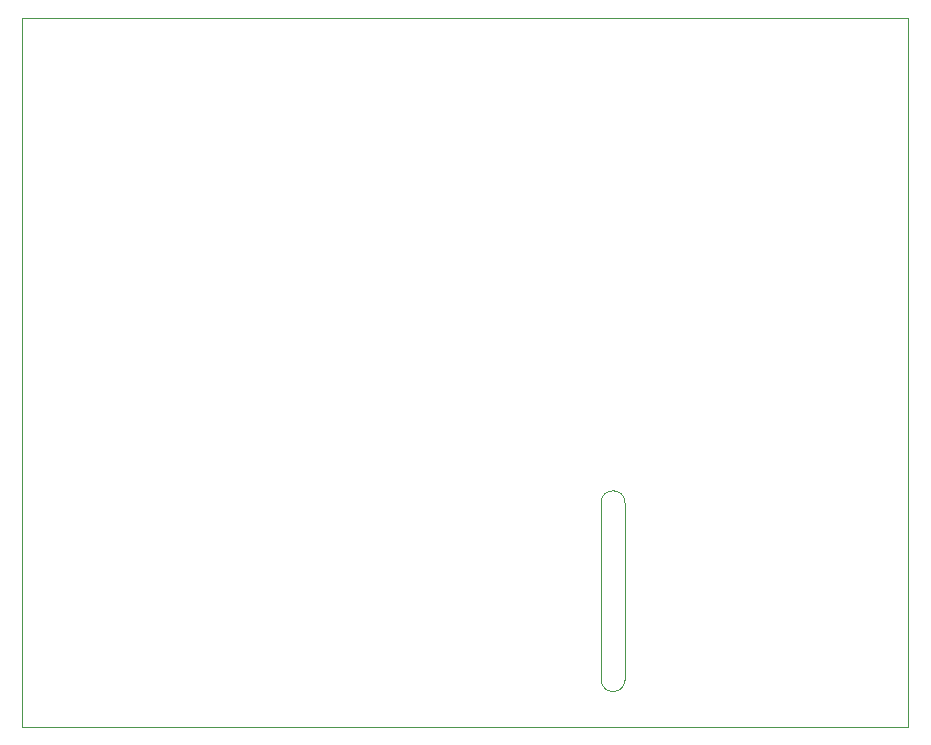
<source format=gm1>
G04 #@! TF.GenerationSoftware,KiCad,Pcbnew,7.0.7-7.0.7~ubuntu23.04.1*
G04 #@! TF.CreationDate,2023-08-30T06:09:28+00:00*
G04 #@! TF.ProjectId,baggerdails,62616767-6572-4646-9169-6c732e6b6963,rev?*
G04 #@! TF.SameCoordinates,Original*
G04 #@! TF.FileFunction,Profile,NP*
%FSLAX46Y46*%
G04 Gerber Fmt 4.6, Leading zero omitted, Abs format (unit mm)*
G04 Created by KiCad (PCBNEW 7.0.7-7.0.7~ubuntu23.04.1) date 2023-08-30 06:09:28*
%MOMM*%
%LPD*%
G01*
G04 APERTURE LIST*
G04 #@! TA.AperFunction,Profile*
%ADD10C,0.050000*%
G04 #@! TD*
G04 #@! TA.AperFunction,Profile*
%ADD11C,0.100000*%
G04 #@! TD*
G04 APERTURE END LIST*
D10*
X95000000Y-40000000D02*
X170000000Y-40000000D01*
D11*
X146000000Y-81000000D02*
X146000000Y-96000000D01*
X144000000Y-96000000D02*
X144000000Y-81000000D01*
D10*
X95000000Y-100000000D02*
X95000000Y-40000000D01*
D11*
X146000000Y-81000000D02*
G75*
G03*
X144000000Y-81000000I-1000000J0D01*
G01*
X144000000Y-96000000D02*
G75*
G03*
X146000000Y-96000000I1000000J0D01*
G01*
D10*
X170000000Y-40000000D02*
X170000000Y-100000000D01*
X170000000Y-100000000D02*
X95000000Y-100000000D01*
M02*

</source>
